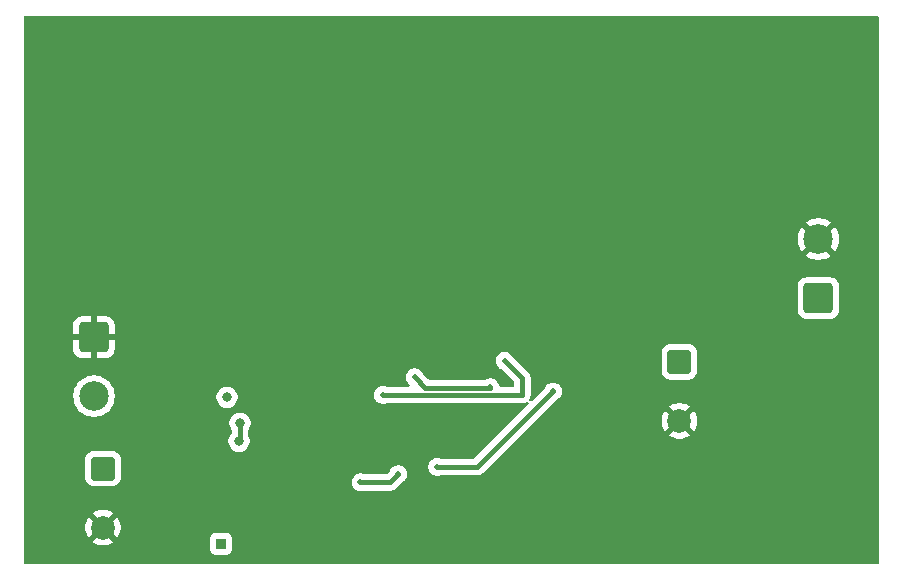
<source format=gbr>
%TF.GenerationSoftware,KiCad,Pcbnew,9.0.6*%
%TF.CreationDate,2026-02-11T18:38:51+01:00*%
%TF.ProjectId,Boost converter,426f6f73-7420-4636-9f6e-766572746572,B*%
%TF.SameCoordinates,Original*%
%TF.FileFunction,Copper,L4,Bot*%
%TF.FilePolarity,Positive*%
%FSLAX46Y46*%
G04 Gerber Fmt 4.6, Leading zero omitted, Abs format (unit mm)*
G04 Created by KiCad (PCBNEW 9.0.6) date 2026-02-11 18:38:51*
%MOMM*%
%LPD*%
G01*
G04 APERTURE LIST*
G04 Aperture macros list*
%AMRoundRect*
0 Rectangle with rounded corners*
0 $1 Rounding radius*
0 $2 $3 $4 $5 $6 $7 $8 $9 X,Y pos of 4 corners*
0 Add a 4 corners polygon primitive as box body*
4,1,4,$2,$3,$4,$5,$6,$7,$8,$9,$2,$3,0*
0 Add four circle primitives for the rounded corners*
1,1,$1+$1,$2,$3*
1,1,$1+$1,$4,$5*
1,1,$1+$1,$6,$7*
1,1,$1+$1,$8,$9*
0 Add four rect primitives between the rounded corners*
20,1,$1+$1,$2,$3,$4,$5,0*
20,1,$1+$1,$4,$5,$6,$7,0*
20,1,$1+$1,$6,$7,$8,$9,0*
20,1,$1+$1,$8,$9,$2,$3,0*%
G04 Aperture macros list end*
%TA.AperFunction,ComponentPad*%
%ADD10R,0.850000X0.850000*%
%TD*%
%TA.AperFunction,ComponentPad*%
%ADD11RoundRect,0.250000X1.000000X-1.000000X1.000000X1.000000X-1.000000X1.000000X-1.000000X-1.000000X0*%
%TD*%
%TA.AperFunction,ComponentPad*%
%ADD12C,2.500000*%
%TD*%
%TA.AperFunction,ComponentPad*%
%ADD13RoundRect,0.250000X-0.750000X0.750000X-0.750000X-0.750000X0.750000X-0.750000X0.750000X0.750000X0*%
%TD*%
%TA.AperFunction,ComponentPad*%
%ADD14C,2.000000*%
%TD*%
%TA.AperFunction,ComponentPad*%
%ADD15RoundRect,0.250000X-1.000000X1.000000X-1.000000X-1.000000X1.000000X-1.000000X1.000000X1.000000X0*%
%TD*%
%TA.AperFunction,ViaPad*%
%ADD16C,0.800000*%
%TD*%
%TA.AperFunction,ViaPad*%
%ADD17C,0.500000*%
%TD*%
%TA.AperFunction,Conductor*%
%ADD18C,0.400000*%
%TD*%
G04 APERTURE END LIST*
D10*
%TO.P,J3,1,Pin_1*%
%TO.N,Net-(J3-Pin_1)*%
X157000000Y-155000000D03*
%TD*%
D11*
%TO.P,J2,1,Pin_1*%
%TO.N,+36V*%
X207567500Y-134200000D03*
D12*
%TO.P,J2,2,Pin_2*%
%TO.N,GND*%
X207567500Y-129200000D03*
%TD*%
D13*
%TO.P,C10,1*%
%TO.N,+36V*%
X195800000Y-139600000D03*
D14*
%TO.P,C10,2*%
%TO.N,GND*%
X195800000Y-144600000D03*
%TD*%
D13*
%TO.P,C12,1*%
%TO.N,+18V*%
X147000000Y-148632323D03*
D14*
%TO.P,C12,2*%
%TO.N,GND*%
X147000000Y-153632323D03*
%TD*%
D15*
%TO.P,J1,1,Pin_1*%
%TO.N,GND*%
X146232500Y-137500000D03*
D12*
%TO.P,J1,2,Pin_2*%
%TO.N,+18V*%
X146232500Y-142500000D03*
%TD*%
D16*
%TO.N,GND*%
X200000000Y-127000000D03*
X187500000Y-147500000D03*
X152500000Y-120000000D03*
X187500000Y-154500000D03*
X183000000Y-130000000D03*
X210000000Y-117500000D03*
X183000000Y-114000000D03*
X183000000Y-117000000D03*
X195500000Y-128000000D03*
X167500000Y-152500000D03*
X190000000Y-150000000D03*
X192500000Y-125000000D03*
X200000000Y-154500000D03*
X149000000Y-154500000D03*
X183000000Y-116000000D03*
X145000000Y-122500000D03*
X155500000Y-149000000D03*
X147500000Y-117500000D03*
X210000000Y-122500000D03*
X145000000Y-112500000D03*
X197800000Y-146400000D03*
X144500000Y-135000000D03*
X164500000Y-139000000D03*
X177500000Y-154500000D03*
X211000000Y-129500000D03*
X145000000Y-130000000D03*
X192500000Y-147500000D03*
X145000000Y-125000000D03*
X182500000Y-154500000D03*
X193800000Y-143600000D03*
X211000000Y-127500000D03*
X175000000Y-154500000D03*
X158500000Y-131500000D03*
X195000000Y-115000000D03*
X197500000Y-128000000D03*
X200500000Y-129000000D03*
X205000000Y-112500000D03*
X177500000Y-131500000D03*
X207500000Y-120000000D03*
X152500000Y-122500000D03*
X210000000Y-112500000D03*
X154500000Y-135500000D03*
X200000000Y-125000000D03*
X201500000Y-128000000D03*
X195500000Y-129000000D03*
X146500000Y-134000000D03*
X159500000Y-134500000D03*
X192500000Y-120000000D03*
X165000000Y-154500000D03*
X195000000Y-117500000D03*
X171000000Y-139000000D03*
X185000000Y-115000000D03*
X153500000Y-131000000D03*
X209500000Y-152500000D03*
X154500000Y-149000000D03*
X199500000Y-129000000D03*
X200000000Y-115000000D03*
X187500000Y-125000000D03*
X168000000Y-131500000D03*
X148500000Y-138000000D03*
X185000000Y-127000000D03*
X187500000Y-120000000D03*
X174750000Y-151750000D03*
X166500000Y-131500000D03*
X147500000Y-132500000D03*
X152500000Y-148000000D03*
X197800000Y-145400000D03*
X183000000Y-127000000D03*
X183000000Y-131000000D03*
X198800000Y-146400000D03*
X159500000Y-137500000D03*
X202500000Y-128000000D03*
X192800000Y-144600000D03*
X143500000Y-138500000D03*
X153500000Y-117000000D03*
X198800000Y-145400000D03*
X185000000Y-154500000D03*
X145500000Y-134000000D03*
X190000000Y-120000000D03*
X205000000Y-131000000D03*
X192500000Y-128000000D03*
X152500000Y-117500000D03*
X205000000Y-115000000D03*
X152500000Y-125000000D03*
X142500000Y-132500000D03*
X205000000Y-152500000D03*
X170000000Y-154500000D03*
X205000000Y-154500000D03*
X152500000Y-149000000D03*
X153500000Y-116000000D03*
X149000000Y-152500000D03*
X195000000Y-152500000D03*
X197500000Y-152500000D03*
X147500000Y-130000000D03*
X192500000Y-152500000D03*
X147500000Y-125000000D03*
X192800000Y-143600000D03*
X183000000Y-123000000D03*
X166500000Y-132500000D03*
X154500000Y-136500000D03*
X205000000Y-120000000D03*
X183000000Y-124000000D03*
X152500000Y-112500000D03*
X144500000Y-153500000D03*
X210000000Y-120000000D03*
X147500000Y-122500000D03*
X179000000Y-151000000D03*
X185000000Y-150000000D03*
X202500000Y-125000000D03*
X202500000Y-117500000D03*
X197500000Y-122500000D03*
X153500000Y-113000000D03*
X195000000Y-127000000D03*
X185000000Y-147500000D03*
X153500000Y-119000000D03*
X183000000Y-129000000D03*
X209500000Y-154500000D03*
X170000000Y-139000000D03*
X193800000Y-145600000D03*
X145500000Y-135000000D03*
X192500000Y-154500000D03*
X183000000Y-119000000D03*
X153500000Y-122000000D03*
X152500000Y-135500000D03*
X148500000Y-137000000D03*
X167800000Y-144200000D03*
X153500000Y-118000000D03*
X147500000Y-115000000D03*
X192500000Y-150000000D03*
X149000000Y-155500000D03*
X166500000Y-133500000D03*
X177500000Y-147250000D03*
X197500000Y-154500000D03*
X149500000Y-138000000D03*
X185000000Y-117500000D03*
X142500000Y-112500000D03*
X197500000Y-129000000D03*
X160000000Y-150500000D03*
X190000000Y-127000000D03*
X190000000Y-147500000D03*
X195000000Y-125000000D03*
X153500000Y-149000000D03*
X212000000Y-154500000D03*
X145000000Y-120000000D03*
X155000000Y-154500000D03*
X152500000Y-136500000D03*
X152500000Y-130000000D03*
X143500000Y-137500000D03*
X159500000Y-131500000D03*
X145000000Y-132500000D03*
X153500000Y-130000000D03*
X202500000Y-120000000D03*
X205000000Y-122500000D03*
X145000000Y-115000000D03*
X197500000Y-115000000D03*
X205000000Y-117500000D03*
X150000000Y-112500000D03*
X143500000Y-152500000D03*
X198500000Y-128000000D03*
X153500000Y-135500000D03*
X202500000Y-154500000D03*
X170000000Y-132500000D03*
X195000000Y-122500000D03*
X183000000Y-118000000D03*
X181000000Y-151000000D03*
X193800000Y-144600000D03*
X142500000Y-125000000D03*
X181500000Y-131500000D03*
X197500000Y-127000000D03*
X149500000Y-136000000D03*
X180500000Y-131500000D03*
X147500000Y-112500000D03*
X187500000Y-117500000D03*
X153500000Y-111000000D03*
X170000000Y-135500000D03*
X200000000Y-112500000D03*
X204000000Y-129000000D03*
X183000000Y-121000000D03*
X183000000Y-120000000D03*
X198500000Y-129000000D03*
X210000000Y-115000000D03*
X202500000Y-115000000D03*
X195000000Y-154500000D03*
X183000000Y-113000000D03*
X155000000Y-150500000D03*
X153500000Y-136500000D03*
X166500000Y-137500000D03*
X163500000Y-139000000D03*
X190000000Y-115000000D03*
X155500000Y-131500000D03*
X165800000Y-144200000D03*
X152500000Y-115000000D03*
X190000000Y-152500000D03*
X150000000Y-120000000D03*
X150000000Y-154500000D03*
X195000000Y-120000000D03*
X201500000Y-129000000D03*
X185000000Y-120000000D03*
X193500000Y-128000000D03*
X150000000Y-152500000D03*
X205000000Y-129000000D03*
X178000000Y-151000000D03*
X207500000Y-115000000D03*
X142500000Y-138500000D03*
X165000000Y-152500000D03*
X153500000Y-126000000D03*
X202500000Y-122500000D03*
X183000000Y-112000000D03*
X197500000Y-125000000D03*
X143500000Y-136500000D03*
X150000000Y-117500000D03*
X144500000Y-152500000D03*
X202500000Y-112500000D03*
X150000000Y-153500000D03*
X144500000Y-154500000D03*
X195000000Y-112500000D03*
X145000000Y-127500000D03*
X190000000Y-154500000D03*
X151500000Y-136500000D03*
X157500000Y-131500000D03*
X170000000Y-131500000D03*
X179000000Y-150000000D03*
X159500000Y-132500000D03*
X207500000Y-154500000D03*
X169000000Y-131500000D03*
X200500000Y-128000000D03*
X153500000Y-114000000D03*
X167800000Y-145200000D03*
X147500000Y-127500000D03*
X195000000Y-150000000D03*
X153500000Y-112000000D03*
X170000000Y-136500000D03*
X197500000Y-120000000D03*
X153500000Y-124000000D03*
X192500000Y-127000000D03*
X180000000Y-150000000D03*
X202500000Y-129000000D03*
X183000000Y-115000000D03*
X205000000Y-128000000D03*
X159500000Y-135500000D03*
X150000000Y-115000000D03*
X191500000Y-129000000D03*
X166800000Y-146200000D03*
X154500000Y-148000000D03*
X200000000Y-120000000D03*
X172500000Y-154500000D03*
X166800000Y-144700000D03*
X143500000Y-155500000D03*
X156500000Y-131500000D03*
X170000000Y-137500000D03*
X185000000Y-122500000D03*
X155500000Y-148000000D03*
X166500000Y-139000000D03*
X199500000Y-128000000D03*
X187500000Y-150000000D03*
X150000000Y-132500000D03*
X159500000Y-133500000D03*
X198800000Y-144400000D03*
X192500000Y-122500000D03*
X187500000Y-122500000D03*
X192500000Y-129000000D03*
X196500000Y-128000000D03*
X192800000Y-145600000D03*
X152500000Y-154500000D03*
X190000000Y-122500000D03*
X157500000Y-150500000D03*
X191500000Y-128000000D03*
X144500000Y-155500000D03*
X207500000Y-122500000D03*
X144500000Y-134000000D03*
X167500000Y-154500000D03*
X192500000Y-115000000D03*
X165500000Y-139000000D03*
X153500000Y-123000000D03*
X142500000Y-137500000D03*
X207500000Y-152500000D03*
X187500000Y-127000000D03*
X153500000Y-128000000D03*
X151500000Y-135500000D03*
X211000000Y-128500000D03*
X142500000Y-136500000D03*
X183000000Y-122000000D03*
X211000000Y-130500000D03*
X166500000Y-134500000D03*
X187500000Y-115000000D03*
X192500000Y-112500000D03*
X147500000Y-135000000D03*
X153500000Y-148000000D03*
X153500000Y-115000000D03*
X187500000Y-152500000D03*
X194500000Y-128000000D03*
X172000000Y-139000000D03*
X150000000Y-130000000D03*
X149000000Y-153500000D03*
X183000000Y-111000000D03*
X183000000Y-128000000D03*
X142500000Y-130000000D03*
X146500000Y-135000000D03*
X150000000Y-127500000D03*
X152500000Y-150500000D03*
X198800000Y-143400000D03*
X154100000Y-144075000D03*
X157500000Y-152500000D03*
X192500000Y-117500000D03*
X204000000Y-130000000D03*
X173000000Y-139000000D03*
X142500000Y-117500000D03*
X200000000Y-117500000D03*
X192800000Y-146600000D03*
X204000000Y-131000000D03*
X145000000Y-117500000D03*
X190000000Y-112500000D03*
X143500000Y-153500000D03*
X180000000Y-151000000D03*
X210000000Y-128500000D03*
X205000000Y-130000000D03*
X170000000Y-134500000D03*
X197500000Y-150000000D03*
X150000000Y-122500000D03*
X142500000Y-122500000D03*
X150000000Y-125000000D03*
X142500000Y-127500000D03*
X153500000Y-121000000D03*
X193800000Y-146600000D03*
X152500000Y-127500000D03*
X180000000Y-154500000D03*
X190000000Y-125000000D03*
X153500000Y-127000000D03*
X185000000Y-152500000D03*
X185000000Y-125000000D03*
X210000000Y-127500000D03*
X204000000Y-128000000D03*
X207500000Y-117500000D03*
X165800000Y-145200000D03*
X166500000Y-136500000D03*
X142500000Y-115000000D03*
X143500000Y-139500000D03*
X166800000Y-143200000D03*
X147500000Y-120000000D03*
X155000000Y-152500000D03*
X200000000Y-152500000D03*
X153500000Y-120000000D03*
X202500000Y-152500000D03*
X196500000Y-129000000D03*
X153500000Y-125000000D03*
X148500000Y-136000000D03*
X154500000Y-131500000D03*
X153500000Y-129000000D03*
X193500000Y-129000000D03*
X152500000Y-132500000D03*
X149500000Y-137000000D03*
X142500000Y-139500000D03*
X190000000Y-117500000D03*
X178000000Y-150000000D03*
X194500000Y-129000000D03*
X187500000Y-112500000D03*
X150000000Y-155500000D03*
X166500000Y-135500000D03*
X185000000Y-112500000D03*
X142500000Y-120000000D03*
X210000000Y-130500000D03*
X152500000Y-152500000D03*
X183000000Y-126000000D03*
X159500000Y-136500000D03*
X143500000Y-154500000D03*
X207500000Y-112500000D03*
X207500000Y-125000000D03*
X170000000Y-133500000D03*
X147500000Y-134000000D03*
X197500000Y-112500000D03*
X212000000Y-152500000D03*
X197800000Y-143400000D03*
X200000000Y-122500000D03*
X200000000Y-150000000D03*
X197500000Y-117500000D03*
X205000000Y-125000000D03*
X179500000Y-131500000D03*
X183000000Y-125000000D03*
X178500000Y-131500000D03*
X197800000Y-144400000D03*
X181000000Y-150000000D03*
X210000000Y-129500000D03*
D17*
%TO.N,/HO*%
X170700000Y-142400002D03*
X181000000Y-139500000D03*
D16*
%TO.N,+18V*%
X157500000Y-142600000D03*
%TO.N,/VIN*%
X158515431Y-146325000D03*
X158600000Y-144800000D03*
D17*
%TO.N,/BST*%
X179800000Y-141750002D03*
X173400000Y-140900000D03*
%TO.N,FB*%
X185100000Y-142100000D03*
X168800000Y-149800000D03*
X175300000Y-148500000D03*
X172000000Y-149100000D03*
%TD*%
D18*
%TO.N,/HO*%
X182499998Y-142400002D02*
X170700000Y-142400002D01*
X181000000Y-139500000D02*
X182500000Y-141000000D01*
X182500000Y-141000000D02*
X182500000Y-142400000D01*
X182500000Y-142400000D02*
X182499998Y-142400002D01*
%TO.N,/VIN*%
X158600000Y-146240431D02*
X158515431Y-146325000D01*
X158600000Y-144800000D02*
X158600000Y-146240431D01*
%TO.N,/BST*%
X174299002Y-141799002D02*
X179751000Y-141799002D01*
X173400000Y-140900000D02*
X174299002Y-141799002D01*
X179751000Y-141799002D02*
X179800000Y-141750002D01*
%TO.N,FB*%
X178700000Y-148500000D02*
X185100000Y-142100000D01*
X175300000Y-148500000D02*
X178700000Y-148500000D01*
X171300000Y-149800000D02*
X172000000Y-149100000D01*
X168800000Y-149800000D02*
X171300000Y-149800000D01*
%TD*%
%TA.AperFunction,Conductor*%
%TO.N,GND*%
G36*
X212642539Y-110320185D02*
G01*
X212688294Y-110372989D01*
X212699500Y-110424500D01*
X212699500Y-156575500D01*
X212679815Y-156642539D01*
X212627011Y-156688294D01*
X212575500Y-156699500D01*
X140424500Y-156699500D01*
X140357461Y-156679815D01*
X140311706Y-156627011D01*
X140300500Y-156575500D01*
X140300500Y-153514270D01*
X145500000Y-153514270D01*
X145500000Y-153750375D01*
X145536934Y-153983570D01*
X145609897Y-154208125D01*
X145717087Y-154418497D01*
X145777338Y-154501427D01*
X145777340Y-154501428D01*
X146517037Y-153761731D01*
X146534075Y-153825316D01*
X146599901Y-153939330D01*
X146692993Y-154032422D01*
X146807007Y-154098248D01*
X146870590Y-154115285D01*
X146130893Y-154854981D01*
X146213828Y-154915237D01*
X146424197Y-155022425D01*
X146648752Y-155095388D01*
X146648751Y-155095388D01*
X146881948Y-155132323D01*
X147118052Y-155132323D01*
X147351247Y-155095388D01*
X147575802Y-155022425D01*
X147786163Y-154915241D01*
X147786169Y-154915237D01*
X147869104Y-154854981D01*
X147869105Y-154854981D01*
X147541259Y-154527135D01*
X156074500Y-154527135D01*
X156074500Y-155472870D01*
X156074501Y-155472876D01*
X156080908Y-155532483D01*
X156131202Y-155667328D01*
X156131206Y-155667335D01*
X156217452Y-155782544D01*
X156217455Y-155782547D01*
X156332664Y-155868793D01*
X156332671Y-155868797D01*
X156467517Y-155919091D01*
X156467516Y-155919091D01*
X156474444Y-155919835D01*
X156527127Y-155925500D01*
X157472872Y-155925499D01*
X157532483Y-155919091D01*
X157667331Y-155868796D01*
X157782546Y-155782546D01*
X157868796Y-155667331D01*
X157919091Y-155532483D01*
X157925500Y-155472873D01*
X157925499Y-154527128D01*
X157919091Y-154467517D01*
X157868796Y-154332669D01*
X157868795Y-154332668D01*
X157868793Y-154332664D01*
X157782547Y-154217455D01*
X157782544Y-154217452D01*
X157667335Y-154131206D01*
X157667328Y-154131202D01*
X157532482Y-154080908D01*
X157532483Y-154080908D01*
X157472883Y-154074501D01*
X157472881Y-154074500D01*
X157472873Y-154074500D01*
X157472864Y-154074500D01*
X156527129Y-154074500D01*
X156527123Y-154074501D01*
X156467516Y-154080908D01*
X156332671Y-154131202D01*
X156332664Y-154131206D01*
X156217455Y-154217452D01*
X156217452Y-154217455D01*
X156131206Y-154332664D01*
X156131202Y-154332671D01*
X156080908Y-154467517D01*
X156077263Y-154501427D01*
X156074501Y-154527123D01*
X156074500Y-154527135D01*
X147541259Y-154527135D01*
X147129408Y-154115285D01*
X147192993Y-154098248D01*
X147307007Y-154032422D01*
X147400099Y-153939330D01*
X147465925Y-153825316D01*
X147482962Y-153761732D01*
X148222658Y-154501428D01*
X148222658Y-154501427D01*
X148259355Y-154450920D01*
X148282914Y-154418492D01*
X148282918Y-154418486D01*
X148390102Y-154208125D01*
X148463065Y-153983570D01*
X148500000Y-153750375D01*
X148500000Y-153514270D01*
X148463065Y-153281075D01*
X148390102Y-153056520D01*
X148282914Y-152846151D01*
X148222658Y-152763217D01*
X148222658Y-152763216D01*
X147482962Y-153502913D01*
X147465925Y-153439330D01*
X147400099Y-153325316D01*
X147307007Y-153232224D01*
X147192993Y-153166398D01*
X147129409Y-153149360D01*
X147869105Y-152409663D01*
X147869104Y-152409661D01*
X147786174Y-152349410D01*
X147575802Y-152242220D01*
X147351247Y-152169257D01*
X147351248Y-152169257D01*
X147118052Y-152132323D01*
X146881948Y-152132323D01*
X146648752Y-152169257D01*
X146424197Y-152242220D01*
X146213830Y-152349407D01*
X146130894Y-152409663D01*
X146870591Y-153149360D01*
X146807007Y-153166398D01*
X146692993Y-153232224D01*
X146599901Y-153325316D01*
X146534075Y-153439330D01*
X146517037Y-153502914D01*
X145777340Y-152763217D01*
X145717084Y-152846153D01*
X145609897Y-153056520D01*
X145536934Y-153281075D01*
X145500000Y-153514270D01*
X140300500Y-153514270D01*
X140300500Y-147832306D01*
X145499500Y-147832306D01*
X145499500Y-149432324D01*
X145499501Y-149432341D01*
X145510000Y-149535119D01*
X145510001Y-149535122D01*
X145565185Y-149701654D01*
X145565187Y-149701659D01*
X145580251Y-149726082D01*
X145657288Y-149850979D01*
X145781344Y-149975035D01*
X145930666Y-150067137D01*
X146097203Y-150122322D01*
X146199991Y-150132823D01*
X147800008Y-150132822D01*
X147902797Y-150122322D01*
X148069334Y-150067137D01*
X148218656Y-149975035D01*
X148319771Y-149873920D01*
X168049499Y-149873920D01*
X168078340Y-150018907D01*
X168078343Y-150018917D01*
X168134912Y-150155488D01*
X168134919Y-150155501D01*
X168217048Y-150278415D01*
X168217051Y-150278419D01*
X168321580Y-150382948D01*
X168321584Y-150382951D01*
X168444498Y-150465080D01*
X168444511Y-150465087D01*
X168581082Y-150521656D01*
X168581087Y-150521658D01*
X168581091Y-150521658D01*
X168581092Y-150521659D01*
X168726079Y-150550500D01*
X168726082Y-150550500D01*
X168873920Y-150550500D01*
X168971462Y-150531096D01*
X169018913Y-150521658D01*
X169033372Y-150515668D01*
X169047206Y-150509939D01*
X169094658Y-150500500D01*
X171368996Y-150500500D01*
X171460040Y-150482389D01*
X171504328Y-150473580D01*
X171568069Y-150447177D01*
X171631807Y-150420777D01*
X171631808Y-150420776D01*
X171631811Y-150420775D01*
X171746543Y-150344114D01*
X172286971Y-149803683D01*
X172327200Y-149776804D01*
X172334312Y-149773857D01*
X172355495Y-149765084D01*
X172478416Y-149682951D01*
X172582951Y-149578416D01*
X172665084Y-149455495D01*
X172721658Y-149318913D01*
X172735267Y-149250500D01*
X172750500Y-149173920D01*
X172750500Y-149026079D01*
X172721659Y-148881092D01*
X172721658Y-148881091D01*
X172721658Y-148881087D01*
X172711060Y-148855501D01*
X172665087Y-148744511D01*
X172665080Y-148744498D01*
X172582951Y-148621584D01*
X172582948Y-148621580D01*
X172478419Y-148517051D01*
X172478415Y-148517048D01*
X172355501Y-148434919D01*
X172355488Y-148434912D01*
X172218917Y-148378343D01*
X172218907Y-148378340D01*
X172073920Y-148349500D01*
X172073918Y-148349500D01*
X171926082Y-148349500D01*
X171926080Y-148349500D01*
X171781092Y-148378340D01*
X171781082Y-148378343D01*
X171644511Y-148434912D01*
X171644498Y-148434919D01*
X171521584Y-148517048D01*
X171521580Y-148517051D01*
X171417051Y-148621580D01*
X171417048Y-148621584D01*
X171334919Y-148744498D01*
X171334914Y-148744509D01*
X171323193Y-148772803D01*
X171296315Y-148813027D01*
X171046162Y-149063181D01*
X170984839Y-149096666D01*
X170958481Y-149099500D01*
X169094658Y-149099500D01*
X169047206Y-149090061D01*
X169018917Y-149078343D01*
X169018907Y-149078340D01*
X168873920Y-149049500D01*
X168873918Y-149049500D01*
X168726082Y-149049500D01*
X168726080Y-149049500D01*
X168581092Y-149078340D01*
X168581082Y-149078343D01*
X168444511Y-149134912D01*
X168444498Y-149134919D01*
X168321584Y-149217048D01*
X168321580Y-149217051D01*
X168217051Y-149321580D01*
X168217048Y-149321584D01*
X168134919Y-149444498D01*
X168134912Y-149444511D01*
X168078343Y-149581082D01*
X168078340Y-149581092D01*
X168049500Y-149726079D01*
X168049500Y-149726082D01*
X168049500Y-149873918D01*
X168049500Y-149873920D01*
X168049499Y-149873920D01*
X148319771Y-149873920D01*
X148342712Y-149850979D01*
X148434814Y-149701657D01*
X148489999Y-149535120D01*
X148500500Y-149432332D01*
X148500499Y-147832315D01*
X148489999Y-147729526D01*
X148434814Y-147562989D01*
X148342712Y-147413667D01*
X148218656Y-147289611D01*
X148069334Y-147197509D01*
X147902797Y-147142324D01*
X147902795Y-147142323D01*
X147800010Y-147131823D01*
X146199998Y-147131823D01*
X146199981Y-147131824D01*
X146097203Y-147142323D01*
X146097200Y-147142324D01*
X145930668Y-147197508D01*
X145930663Y-147197510D01*
X145781342Y-147289612D01*
X145657289Y-147413665D01*
X145565187Y-147562986D01*
X145565186Y-147562989D01*
X145510001Y-147729526D01*
X145510001Y-147729527D01*
X145510000Y-147729527D01*
X145499500Y-147832306D01*
X140300500Y-147832306D01*
X140300500Y-146236304D01*
X157614931Y-146236304D01*
X157614931Y-146413695D01*
X157649534Y-146587658D01*
X157649537Y-146587667D01*
X157717414Y-146751540D01*
X157717421Y-146751553D01*
X157815966Y-146899034D01*
X157815969Y-146899038D01*
X157941392Y-147024461D01*
X157941396Y-147024464D01*
X158088877Y-147123009D01*
X158088890Y-147123016D01*
X158135505Y-147142324D01*
X158252765Y-147190894D01*
X158252767Y-147190894D01*
X158252772Y-147190896D01*
X158426735Y-147225499D01*
X158426738Y-147225500D01*
X158426740Y-147225500D01*
X158604124Y-147225500D01*
X158604125Y-147225499D01*
X158662113Y-147213964D01*
X158778089Y-147190896D01*
X158778092Y-147190894D01*
X158778097Y-147190894D01*
X158941978Y-147123013D01*
X159089466Y-147024464D01*
X159214895Y-146899035D01*
X159313444Y-146751547D01*
X159381325Y-146587666D01*
X159415931Y-146413691D01*
X159415931Y-146236309D01*
X159415931Y-146236306D01*
X159415930Y-146236304D01*
X159381327Y-146062341D01*
X159381324Y-146062332D01*
X159311113Y-145892825D01*
X159312762Y-145892141D01*
X159300500Y-145843176D01*
X159300500Y-145410099D01*
X159320185Y-145343060D01*
X159321398Y-145341208D01*
X159398013Y-145226547D01*
X159465894Y-145062666D01*
X159478340Y-145000099D01*
X159500499Y-144888695D01*
X159500500Y-144888693D01*
X159500500Y-144711306D01*
X159500499Y-144711304D01*
X159465896Y-144537341D01*
X159465893Y-144537332D01*
X159398016Y-144373459D01*
X159398009Y-144373446D01*
X159299464Y-144225965D01*
X159299461Y-144225961D01*
X159174038Y-144100538D01*
X159174034Y-144100535D01*
X159026553Y-144001990D01*
X159026540Y-144001983D01*
X158862667Y-143934106D01*
X158862658Y-143934103D01*
X158688694Y-143899500D01*
X158688691Y-143899500D01*
X158511309Y-143899500D01*
X158511306Y-143899500D01*
X158337341Y-143934103D01*
X158337332Y-143934106D01*
X158173459Y-144001983D01*
X158173446Y-144001990D01*
X158025965Y-144100535D01*
X158025961Y-144100538D01*
X157900538Y-144225961D01*
X157900535Y-144225965D01*
X157801990Y-144373446D01*
X157801983Y-144373459D01*
X157734106Y-144537332D01*
X157734103Y-144537341D01*
X157699500Y-144711304D01*
X157699500Y-144888695D01*
X157734103Y-145062658D01*
X157734106Y-145062667D01*
X157801984Y-145226542D01*
X157801985Y-145226543D01*
X157801987Y-145226547D01*
X157878602Y-145341208D01*
X157884252Y-145359254D01*
X157894477Y-145375164D01*
X157898928Y-145406123D01*
X157899480Y-145407885D01*
X157899500Y-145410099D01*
X157899500Y-145616069D01*
X157879815Y-145683108D01*
X157863181Y-145703750D01*
X157815969Y-145750961D01*
X157815966Y-145750965D01*
X157717421Y-145898446D01*
X157717414Y-145898459D01*
X157649537Y-146062332D01*
X157649534Y-146062341D01*
X157614931Y-146236304D01*
X140300500Y-146236304D01*
X140300500Y-142385258D01*
X144482000Y-142385258D01*
X144482000Y-142614741D01*
X144503337Y-142776801D01*
X144511952Y-142842238D01*
X144568004Y-143051430D01*
X144571342Y-143063887D01*
X144659150Y-143275876D01*
X144659157Y-143275890D01*
X144773892Y-143474617D01*
X144913581Y-143656661D01*
X144913589Y-143656670D01*
X145075830Y-143818911D01*
X145075838Y-143818918D01*
X145257882Y-143958607D01*
X145257885Y-143958608D01*
X145257888Y-143958611D01*
X145456612Y-144073344D01*
X145456617Y-144073346D01*
X145456623Y-144073349D01*
X145522259Y-144100536D01*
X145668613Y-144161158D01*
X145890262Y-144220548D01*
X146117766Y-144250500D01*
X146117773Y-144250500D01*
X146347227Y-144250500D01*
X146347234Y-144250500D01*
X146574738Y-144220548D01*
X146796387Y-144161158D01*
X147008388Y-144073344D01*
X147207112Y-143958611D01*
X147389161Y-143818919D01*
X147389165Y-143818914D01*
X147389170Y-143818911D01*
X147551411Y-143656670D01*
X147551414Y-143656665D01*
X147551419Y-143656661D01*
X147691111Y-143474612D01*
X147805844Y-143275888D01*
X147893658Y-143063887D01*
X147953048Y-142842238D01*
X147983000Y-142614734D01*
X147983000Y-142511304D01*
X156599500Y-142511304D01*
X156599500Y-142688695D01*
X156634103Y-142862658D01*
X156634106Y-142862667D01*
X156701983Y-143026540D01*
X156701990Y-143026553D01*
X156800535Y-143174034D01*
X156800538Y-143174038D01*
X156925961Y-143299461D01*
X156925965Y-143299464D01*
X157073446Y-143398009D01*
X157073459Y-143398016D01*
X157196363Y-143448923D01*
X157237334Y-143465894D01*
X157237336Y-143465894D01*
X157237341Y-143465896D01*
X157411304Y-143500499D01*
X157411307Y-143500500D01*
X157411309Y-143500500D01*
X157588693Y-143500500D01*
X157588694Y-143500499D01*
X157646682Y-143488964D01*
X157762658Y-143465896D01*
X157762661Y-143465894D01*
X157762666Y-143465894D01*
X157926547Y-143398013D01*
X158074035Y-143299464D01*
X158199464Y-143174035D01*
X158298013Y-143026547D01*
X158365894Y-142862666D01*
X158369958Y-142842238D01*
X158400499Y-142688695D01*
X158400500Y-142688693D01*
X158400500Y-142511306D01*
X158400499Y-142511304D01*
X158393063Y-142473922D01*
X169949499Y-142473922D01*
X169978340Y-142618909D01*
X169978343Y-142618919D01*
X170034912Y-142755490D01*
X170034919Y-142755503D01*
X170117048Y-142878417D01*
X170117051Y-142878421D01*
X170221580Y-142982950D01*
X170221584Y-142982953D01*
X170344498Y-143065082D01*
X170344511Y-143065089D01*
X170481082Y-143121658D01*
X170481087Y-143121660D01*
X170481091Y-143121660D01*
X170481092Y-143121661D01*
X170626079Y-143150502D01*
X170626082Y-143150502D01*
X170773920Y-143150502D01*
X170871462Y-143131098D01*
X170918913Y-143121660D01*
X170933372Y-143115670D01*
X170947206Y-143109941D01*
X170994658Y-143100502D01*
X182568994Y-143100502D01*
X182660038Y-143082391D01*
X182704326Y-143073582D01*
X182789314Y-143038378D01*
X182831807Y-143020778D01*
X182831807Y-143020777D01*
X182831809Y-143020777D01*
X182860140Y-143001846D01*
X182926816Y-142980968D01*
X182994196Y-142999451D01*
X183040887Y-143051430D01*
X183052065Y-143120399D01*
X183024180Y-143184463D01*
X183016712Y-143192629D01*
X178446162Y-147763181D01*
X178384839Y-147796666D01*
X178358481Y-147799500D01*
X175594658Y-147799500D01*
X175547206Y-147790061D01*
X175518917Y-147778343D01*
X175518907Y-147778340D01*
X175373920Y-147749500D01*
X175373918Y-147749500D01*
X175226082Y-147749500D01*
X175226080Y-147749500D01*
X175081092Y-147778340D01*
X175081082Y-147778343D01*
X174944511Y-147834912D01*
X174944498Y-147834919D01*
X174821584Y-147917048D01*
X174821580Y-147917051D01*
X174717051Y-148021580D01*
X174717048Y-148021584D01*
X174634919Y-148144498D01*
X174634912Y-148144511D01*
X174578343Y-148281082D01*
X174578340Y-148281092D01*
X174549500Y-148426079D01*
X174549500Y-148426082D01*
X174549500Y-148573918D01*
X174549500Y-148573920D01*
X174549499Y-148573920D01*
X174578340Y-148718907D01*
X174578343Y-148718917D01*
X174634912Y-148855488D01*
X174634919Y-148855501D01*
X174717048Y-148978415D01*
X174717051Y-148978419D01*
X174821580Y-149082948D01*
X174821584Y-149082951D01*
X174944498Y-149165080D01*
X174944511Y-149165087D01*
X175081082Y-149221656D01*
X175081087Y-149221658D01*
X175081091Y-149221658D01*
X175081092Y-149221659D01*
X175226079Y-149250500D01*
X175226082Y-149250500D01*
X175373920Y-149250500D01*
X175471462Y-149231096D01*
X175518913Y-149221658D01*
X175533372Y-149215668D01*
X175547206Y-149209939D01*
X175594658Y-149200500D01*
X178768996Y-149200500D01*
X178860040Y-149182389D01*
X178904328Y-149173580D01*
X178968069Y-149147177D01*
X179031807Y-149120777D01*
X179031808Y-149120776D01*
X179031811Y-149120775D01*
X179146543Y-149044114D01*
X182200555Y-145990102D01*
X182502939Y-145687718D01*
X183708709Y-144481947D01*
X194300000Y-144481947D01*
X194300000Y-144718052D01*
X194336934Y-144951247D01*
X194409897Y-145175802D01*
X194517087Y-145386174D01*
X194577338Y-145469104D01*
X194577340Y-145469105D01*
X195317037Y-144729408D01*
X195334075Y-144792993D01*
X195399901Y-144907007D01*
X195492993Y-145000099D01*
X195607007Y-145065925D01*
X195670590Y-145082962D01*
X194930893Y-145822658D01*
X195013828Y-145882914D01*
X195224197Y-145990102D01*
X195448752Y-146063065D01*
X195448751Y-146063065D01*
X195681948Y-146100000D01*
X195918052Y-146100000D01*
X196151247Y-146063065D01*
X196375802Y-145990102D01*
X196586163Y-145882918D01*
X196586169Y-145882914D01*
X196669104Y-145822658D01*
X196669105Y-145822658D01*
X195929408Y-145082962D01*
X195992993Y-145065925D01*
X196107007Y-145000099D01*
X196200099Y-144907007D01*
X196265925Y-144792993D01*
X196282962Y-144729408D01*
X197022658Y-145469105D01*
X197022658Y-145469104D01*
X197082914Y-145386169D01*
X197082918Y-145386163D01*
X197190102Y-145175802D01*
X197263065Y-144951247D01*
X197300000Y-144718052D01*
X197300000Y-144481947D01*
X197263065Y-144248752D01*
X197190102Y-144024197D01*
X197082914Y-143813828D01*
X197022658Y-143730894D01*
X197022658Y-143730893D01*
X196282962Y-144470590D01*
X196265925Y-144407007D01*
X196200099Y-144292993D01*
X196107007Y-144199901D01*
X195992993Y-144134075D01*
X195929409Y-144117037D01*
X196669105Y-143377340D01*
X196669104Y-143377338D01*
X196586174Y-143317087D01*
X196375802Y-143209897D01*
X196151247Y-143136934D01*
X196151248Y-143136934D01*
X195918052Y-143100000D01*
X195681948Y-143100000D01*
X195448752Y-143136934D01*
X195224197Y-143209897D01*
X195013830Y-143317084D01*
X194930894Y-143377340D01*
X195670591Y-144117037D01*
X195607007Y-144134075D01*
X195492993Y-144199901D01*
X195399901Y-144292993D01*
X195334075Y-144407007D01*
X195317037Y-144470590D01*
X194577340Y-143730894D01*
X194517084Y-143813830D01*
X194409897Y-144024197D01*
X194336934Y-144248752D01*
X194300000Y-144481947D01*
X183708709Y-144481947D01*
X183801262Y-144389394D01*
X184291156Y-143899500D01*
X185386975Y-142803680D01*
X185427202Y-142776802D01*
X185455495Y-142765084D01*
X185578416Y-142682951D01*
X185682951Y-142578416D01*
X185765084Y-142455495D01*
X185821658Y-142318913D01*
X185850500Y-142173918D01*
X185850500Y-142026082D01*
X185850500Y-142026079D01*
X185821659Y-141881092D01*
X185821658Y-141881091D01*
X185821658Y-141881087D01*
X185821656Y-141881082D01*
X185765087Y-141744511D01*
X185765080Y-141744498D01*
X185682951Y-141621584D01*
X185682948Y-141621580D01*
X185578419Y-141517051D01*
X185578415Y-141517048D01*
X185455501Y-141434919D01*
X185455488Y-141434912D01*
X185318917Y-141378343D01*
X185318907Y-141378340D01*
X185173920Y-141349500D01*
X185173918Y-141349500D01*
X185026082Y-141349500D01*
X185026080Y-141349500D01*
X184881092Y-141378340D01*
X184881082Y-141378343D01*
X184744511Y-141434912D01*
X184744498Y-141434919D01*
X184621584Y-141517048D01*
X184621580Y-141517051D01*
X184517051Y-141621580D01*
X184517048Y-141621584D01*
X184434919Y-141744498D01*
X184434913Y-141744510D01*
X184423195Y-141772799D01*
X184396316Y-141813025D01*
X183292627Y-142916714D01*
X183231304Y-142950199D01*
X183161612Y-142945215D01*
X183105679Y-142903343D01*
X183081262Y-142837879D01*
X183096114Y-142769606D01*
X183101839Y-142760150D01*
X183120775Y-142731811D01*
X183173580Y-142604328D01*
X183192083Y-142511309D01*
X183200500Y-142468996D01*
X183200500Y-140931004D01*
X183200499Y-140931002D01*
X183173581Y-140795677D01*
X183173578Y-140795666D01*
X183166864Y-140779459D01*
X183166861Y-140779453D01*
X183166861Y-140779452D01*
X183151707Y-140742866D01*
X183126120Y-140681092D01*
X183120778Y-140668194D01*
X183120771Y-140668182D01*
X183044115Y-140553459D01*
X183035150Y-140544494D01*
X182946542Y-140455886D01*
X181703683Y-139213026D01*
X181676802Y-139172796D01*
X181665084Y-139144505D01*
X181665080Y-139144498D01*
X181582951Y-139021584D01*
X181582948Y-139021580D01*
X181478416Y-138917048D01*
X181452805Y-138899936D01*
X181355501Y-138834919D01*
X181355488Y-138834912D01*
X181271161Y-138799983D01*
X194299500Y-138799983D01*
X194299500Y-140400001D01*
X194299501Y-140400018D01*
X194310000Y-140502796D01*
X194310001Y-140502799D01*
X194346527Y-140613026D01*
X194365186Y-140669334D01*
X194457288Y-140818656D01*
X194581344Y-140942712D01*
X194730666Y-141034814D01*
X194897203Y-141089999D01*
X194999991Y-141100500D01*
X196600008Y-141100499D01*
X196702797Y-141089999D01*
X196869334Y-141034814D01*
X197018656Y-140942712D01*
X197142712Y-140818656D01*
X197234814Y-140669334D01*
X197289999Y-140502797D01*
X197300500Y-140400009D01*
X197300499Y-138799992D01*
X197298287Y-138778342D01*
X197289999Y-138697203D01*
X197289998Y-138697200D01*
X197275249Y-138652690D01*
X197234814Y-138530666D01*
X197142712Y-138381344D01*
X197018656Y-138257288D01*
X196869334Y-138165186D01*
X196702797Y-138110001D01*
X196702795Y-138110000D01*
X196600010Y-138099500D01*
X194999998Y-138099500D01*
X194999981Y-138099501D01*
X194897203Y-138110000D01*
X194897200Y-138110001D01*
X194730668Y-138165185D01*
X194730663Y-138165187D01*
X194581342Y-138257289D01*
X194457289Y-138381342D01*
X194365187Y-138530663D01*
X194365186Y-138530666D01*
X194310001Y-138697203D01*
X194310001Y-138697204D01*
X194310000Y-138697204D01*
X194299500Y-138799983D01*
X181271161Y-138799983D01*
X181218917Y-138778343D01*
X181218907Y-138778340D01*
X181073920Y-138749500D01*
X181073918Y-138749500D01*
X180926082Y-138749500D01*
X180926080Y-138749500D01*
X180781092Y-138778340D01*
X180781082Y-138778343D01*
X180644511Y-138834912D01*
X180644498Y-138834919D01*
X180521584Y-138917048D01*
X180521580Y-138917051D01*
X180417051Y-139021580D01*
X180417048Y-139021584D01*
X180334919Y-139144498D01*
X180334912Y-139144511D01*
X180278343Y-139281082D01*
X180278340Y-139281092D01*
X180249500Y-139426079D01*
X180249500Y-139426082D01*
X180249500Y-139573918D01*
X180249500Y-139573920D01*
X180249499Y-139573920D01*
X180278340Y-139718907D01*
X180278343Y-139718917D01*
X180334912Y-139855488D01*
X180334919Y-139855501D01*
X180417048Y-139978415D01*
X180417051Y-139978419D01*
X180521580Y-140082948D01*
X180521584Y-140082951D01*
X180644498Y-140165080D01*
X180644505Y-140165084D01*
X180672797Y-140176803D01*
X180713026Y-140203683D01*
X181763181Y-141253837D01*
X181777884Y-141280764D01*
X181794477Y-141306583D01*
X181795368Y-141312783D01*
X181796666Y-141315160D01*
X181799500Y-141341518D01*
X181799500Y-141575502D01*
X181779815Y-141642541D01*
X181727011Y-141688296D01*
X181675500Y-141699502D01*
X180656922Y-141699502D01*
X180589883Y-141679817D01*
X180544128Y-141627013D01*
X180535305Y-141599694D01*
X180521659Y-141531094D01*
X180521658Y-141531093D01*
X180521658Y-141531089D01*
X180515843Y-141517051D01*
X180465087Y-141394513D01*
X180465080Y-141394500D01*
X180382951Y-141271586D01*
X180382948Y-141271582D01*
X180278419Y-141167053D01*
X180278415Y-141167050D01*
X180155501Y-141084921D01*
X180155488Y-141084914D01*
X180018917Y-141028345D01*
X180018907Y-141028342D01*
X179873920Y-140999502D01*
X179873918Y-140999502D01*
X179726082Y-140999502D01*
X179726080Y-140999502D01*
X179581092Y-141028342D01*
X179581082Y-141028345D01*
X179438876Y-141087249D01*
X179438319Y-141085905D01*
X179388030Y-141098502D01*
X174640521Y-141098502D01*
X174573482Y-141078817D01*
X174552840Y-141062183D01*
X174103683Y-140613026D01*
X174076803Y-140572797D01*
X174065087Y-140544512D01*
X174065086Y-140544511D01*
X174065084Y-140544505D01*
X174037214Y-140502795D01*
X173982954Y-140421588D01*
X173982948Y-140421580D01*
X173878419Y-140317051D01*
X173878415Y-140317048D01*
X173755501Y-140234919D01*
X173755488Y-140234912D01*
X173618917Y-140178343D01*
X173618907Y-140178340D01*
X173473920Y-140149500D01*
X173473918Y-140149500D01*
X173326082Y-140149500D01*
X173326080Y-140149500D01*
X173181092Y-140178340D01*
X173181082Y-140178343D01*
X173044511Y-140234912D01*
X173044498Y-140234919D01*
X172921584Y-140317048D01*
X172921580Y-140317051D01*
X172817051Y-140421580D01*
X172817048Y-140421584D01*
X172734919Y-140544498D01*
X172734912Y-140544511D01*
X172678343Y-140681082D01*
X172678340Y-140681092D01*
X172649500Y-140826079D01*
X172649500Y-140826082D01*
X172649500Y-140973918D01*
X172649500Y-140973920D01*
X172649499Y-140973920D01*
X172678340Y-141118907D01*
X172678343Y-141118917D01*
X172734912Y-141255488D01*
X172734919Y-141255501D01*
X172817048Y-141378415D01*
X172817051Y-141378419D01*
X172925891Y-141487259D01*
X172924016Y-141489133D01*
X172956889Y-141537377D01*
X172958769Y-141607222D01*
X172922591Y-141666995D01*
X172859839Y-141697720D01*
X172838895Y-141699502D01*
X170994658Y-141699502D01*
X170947206Y-141690063D01*
X170918917Y-141678345D01*
X170918907Y-141678342D01*
X170773920Y-141649502D01*
X170773918Y-141649502D01*
X170626082Y-141649502D01*
X170626080Y-141649502D01*
X170481092Y-141678342D01*
X170481082Y-141678345D01*
X170344511Y-141734914D01*
X170344498Y-141734921D01*
X170221584Y-141817050D01*
X170221580Y-141817053D01*
X170117051Y-141921582D01*
X170117048Y-141921586D01*
X170034919Y-142044500D01*
X170034912Y-142044513D01*
X169978343Y-142181084D01*
X169978340Y-142181094D01*
X169949500Y-142326081D01*
X169949500Y-142326084D01*
X169949500Y-142473920D01*
X169949500Y-142473922D01*
X169949499Y-142473922D01*
X158393063Y-142473922D01*
X158367257Y-142344183D01*
X158365895Y-142337338D01*
X158365893Y-142337332D01*
X158358265Y-142318917D01*
X158301174Y-142181084D01*
X158298016Y-142173459D01*
X158298009Y-142173446D01*
X158199464Y-142025965D01*
X158199461Y-142025961D01*
X158074038Y-141900538D01*
X158074034Y-141900535D01*
X157926553Y-141801990D01*
X157926540Y-141801983D01*
X157762667Y-141734106D01*
X157762658Y-141734103D01*
X157588694Y-141699500D01*
X157588691Y-141699500D01*
X157411309Y-141699500D01*
X157411306Y-141699500D01*
X157237341Y-141734103D01*
X157237332Y-141734106D01*
X157073459Y-141801983D01*
X157073446Y-141801990D01*
X156925965Y-141900535D01*
X156925961Y-141900538D01*
X156800538Y-142025961D01*
X156800535Y-142025965D01*
X156701990Y-142173446D01*
X156701983Y-142173459D01*
X156634106Y-142337332D01*
X156634103Y-142337341D01*
X156599500Y-142511304D01*
X147983000Y-142511304D01*
X147983000Y-142385266D01*
X147953048Y-142157762D01*
X147893658Y-141936113D01*
X147814294Y-141744511D01*
X147805849Y-141724123D01*
X147805846Y-141724117D01*
X147805844Y-141724112D01*
X147691111Y-141525388D01*
X147691108Y-141525385D01*
X147691107Y-141525382D01*
X147578276Y-141378340D01*
X147551419Y-141343339D01*
X147551418Y-141343338D01*
X147551411Y-141343330D01*
X147389170Y-141181089D01*
X147389161Y-141181081D01*
X147207117Y-141041392D01*
X147008390Y-140926657D01*
X147008376Y-140926650D01*
X146796387Y-140838842D01*
X146748754Y-140826079D01*
X146574738Y-140779452D01*
X146536715Y-140774446D01*
X146347241Y-140749500D01*
X146347234Y-140749500D01*
X146117766Y-140749500D01*
X146117758Y-140749500D01*
X145901215Y-140778009D01*
X145890262Y-140779452D01*
X145829709Y-140795677D01*
X145668612Y-140838842D01*
X145456623Y-140926650D01*
X145456609Y-140926657D01*
X145257882Y-141041392D01*
X145075838Y-141181081D01*
X144913581Y-141343338D01*
X144773892Y-141525382D01*
X144659157Y-141724109D01*
X144659150Y-141724123D01*
X144571342Y-141936112D01*
X144511953Y-142157759D01*
X144511951Y-142157770D01*
X144482000Y-142385258D01*
X140300500Y-142385258D01*
X140300500Y-136450013D01*
X144482500Y-136450013D01*
X144482500Y-137250000D01*
X145632499Y-137250000D01*
X145607479Y-137310402D01*
X145582500Y-137435981D01*
X145582500Y-137564019D01*
X145607479Y-137689598D01*
X145632499Y-137750000D01*
X144482501Y-137750000D01*
X144482501Y-138549986D01*
X144492994Y-138652697D01*
X144548141Y-138819119D01*
X144548143Y-138819124D01*
X144640184Y-138968345D01*
X144764154Y-139092315D01*
X144913375Y-139184356D01*
X144913380Y-139184358D01*
X145079802Y-139239505D01*
X145079809Y-139239506D01*
X145182519Y-139249999D01*
X145982499Y-139249999D01*
X145982500Y-139249998D01*
X145982500Y-138100001D01*
X146042902Y-138125021D01*
X146168481Y-138150000D01*
X146296519Y-138150000D01*
X146422098Y-138125021D01*
X146482500Y-138100001D01*
X146482500Y-139249999D01*
X147282472Y-139249999D01*
X147282486Y-139249998D01*
X147385197Y-139239505D01*
X147551619Y-139184358D01*
X147551624Y-139184356D01*
X147700845Y-139092315D01*
X147824815Y-138968345D01*
X147916856Y-138819124D01*
X147916858Y-138819119D01*
X147972005Y-138652697D01*
X147972006Y-138652690D01*
X147982499Y-138549986D01*
X147982500Y-138549973D01*
X147982500Y-137750000D01*
X146832501Y-137750000D01*
X146857521Y-137689598D01*
X146882500Y-137564019D01*
X146882500Y-137435981D01*
X146857521Y-137310402D01*
X146832501Y-137250000D01*
X147982499Y-137250000D01*
X147982499Y-136450028D01*
X147982498Y-136450013D01*
X147972005Y-136347302D01*
X147916858Y-136180880D01*
X147916856Y-136180875D01*
X147824815Y-136031654D01*
X147700845Y-135907684D01*
X147551624Y-135815643D01*
X147551619Y-135815641D01*
X147385197Y-135760494D01*
X147385190Y-135760493D01*
X147282486Y-135750000D01*
X146482500Y-135750000D01*
X146482500Y-136899998D01*
X146422098Y-136874979D01*
X146296519Y-136850000D01*
X146168481Y-136850000D01*
X146042902Y-136874979D01*
X145982500Y-136899998D01*
X145982500Y-135750000D01*
X145182528Y-135750000D01*
X145182512Y-135750001D01*
X145079802Y-135760494D01*
X144913380Y-135815641D01*
X144913375Y-135815643D01*
X144764154Y-135907684D01*
X144640184Y-136031654D01*
X144548143Y-136180875D01*
X144548141Y-136180880D01*
X144492994Y-136347302D01*
X144492993Y-136347309D01*
X144482500Y-136450013D01*
X140300500Y-136450013D01*
X140300500Y-133149983D01*
X205817000Y-133149983D01*
X205817000Y-135250001D01*
X205817001Y-135250018D01*
X205827500Y-135352796D01*
X205827501Y-135352799D01*
X205882685Y-135519331D01*
X205882686Y-135519334D01*
X205974788Y-135668656D01*
X206098844Y-135792712D01*
X206248166Y-135884814D01*
X206414703Y-135939999D01*
X206517491Y-135950500D01*
X208617508Y-135950499D01*
X208720297Y-135939999D01*
X208886834Y-135884814D01*
X209036156Y-135792712D01*
X209160212Y-135668656D01*
X209252314Y-135519334D01*
X209307499Y-135352797D01*
X209318000Y-135250009D01*
X209317999Y-133149992D01*
X209307499Y-133047203D01*
X209252314Y-132880666D01*
X209160212Y-132731344D01*
X209036156Y-132607288D01*
X208886834Y-132515186D01*
X208720297Y-132460001D01*
X208720295Y-132460000D01*
X208617510Y-132449500D01*
X206517498Y-132449500D01*
X206517481Y-132449501D01*
X206414703Y-132460000D01*
X206414700Y-132460001D01*
X206248168Y-132515185D01*
X206248163Y-132515187D01*
X206098842Y-132607289D01*
X205974789Y-132731342D01*
X205882687Y-132880663D01*
X205882686Y-132880666D01*
X205827501Y-133047203D01*
X205827501Y-133047204D01*
X205827500Y-133047204D01*
X205817000Y-133149983D01*
X140300500Y-133149983D01*
X140300500Y-129085305D01*
X205817500Y-129085305D01*
X205817500Y-129314694D01*
X205817501Y-129314710D01*
X205847442Y-129542137D01*
X205906818Y-129763730D01*
X205994602Y-129975659D01*
X205994606Y-129975669D01*
X206109299Y-130174324D01*
X206109305Y-130174331D01*
X206165881Y-130248064D01*
X206966458Y-129447487D01*
X206991478Y-129507890D01*
X207062612Y-129614351D01*
X207153149Y-129704888D01*
X207259610Y-129776022D01*
X207320011Y-129801041D01*
X206519434Y-130601617D01*
X206519434Y-130601618D01*
X206593166Y-130658194D01*
X206791830Y-130772893D01*
X206791840Y-130772897D01*
X207003769Y-130860681D01*
X207225362Y-130920057D01*
X207452789Y-130949998D01*
X207452806Y-130950000D01*
X207682194Y-130950000D01*
X207682210Y-130949998D01*
X207909637Y-130920057D01*
X208131230Y-130860681D01*
X208343159Y-130772897D01*
X208343168Y-130772893D01*
X208541827Y-130658197D01*
X208541834Y-130658192D01*
X208615564Y-130601617D01*
X207814988Y-129801041D01*
X207875390Y-129776022D01*
X207981851Y-129704888D01*
X208072388Y-129614351D01*
X208143522Y-129507890D01*
X208168541Y-129447488D01*
X208969117Y-130248064D01*
X209025692Y-130174334D01*
X209025697Y-130174327D01*
X209140393Y-129975668D01*
X209140397Y-129975659D01*
X209228181Y-129763730D01*
X209287557Y-129542137D01*
X209317498Y-129314710D01*
X209317500Y-129314694D01*
X209317500Y-129085305D01*
X209317498Y-129085289D01*
X209287557Y-128857862D01*
X209228181Y-128636269D01*
X209140397Y-128424340D01*
X209140393Y-128424330D01*
X209025694Y-128225666D01*
X208969118Y-128151934D01*
X208969117Y-128151934D01*
X208168541Y-128952510D01*
X208143522Y-128892110D01*
X208072388Y-128785649D01*
X207981851Y-128695112D01*
X207875390Y-128623978D01*
X207814987Y-128598957D01*
X208615564Y-127798381D01*
X208615564Y-127798380D01*
X208541831Y-127741805D01*
X208541824Y-127741799D01*
X208343169Y-127627106D01*
X208343159Y-127627102D01*
X208131230Y-127539318D01*
X207909637Y-127479942D01*
X207682210Y-127450001D01*
X207682194Y-127450000D01*
X207452806Y-127450000D01*
X207452789Y-127450001D01*
X207225362Y-127479942D01*
X207003769Y-127539318D01*
X206791840Y-127627102D01*
X206791830Y-127627106D01*
X206593173Y-127741801D01*
X206593159Y-127741810D01*
X206519434Y-127798380D01*
X207320011Y-128598958D01*
X207259610Y-128623978D01*
X207153149Y-128695112D01*
X207062612Y-128785649D01*
X206991478Y-128892110D01*
X206966458Y-128952511D01*
X206165880Y-128151934D01*
X206109310Y-128225659D01*
X206109301Y-128225673D01*
X205994606Y-128424330D01*
X205994602Y-128424340D01*
X205906818Y-128636269D01*
X205847442Y-128857862D01*
X205817501Y-129085289D01*
X205817500Y-129085305D01*
X140300500Y-129085305D01*
X140300500Y-110424500D01*
X140320185Y-110357461D01*
X140372989Y-110311706D01*
X140424500Y-110300500D01*
X212575500Y-110300500D01*
X212642539Y-110320185D01*
G37*
%TD.AperFunction*%
%TD*%
M02*

</source>
